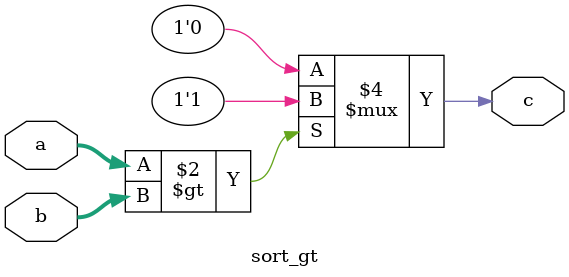
<source format=v>
`timescale 1ns / 1ps


module sort_gt(a, b, c); 

    // Parameter describing the width of N = 32
    parameter DATAWIDTH = 32;

    // Input and output declarations for the reg module
    input [DATAWIDTH-1:0] a, b;
    output reg c;

    always @(a, b) begin
        if (a > b) begin
            c <= 1;
        end else begin
            c <= 0;
        end
    end

endmodule

</source>
